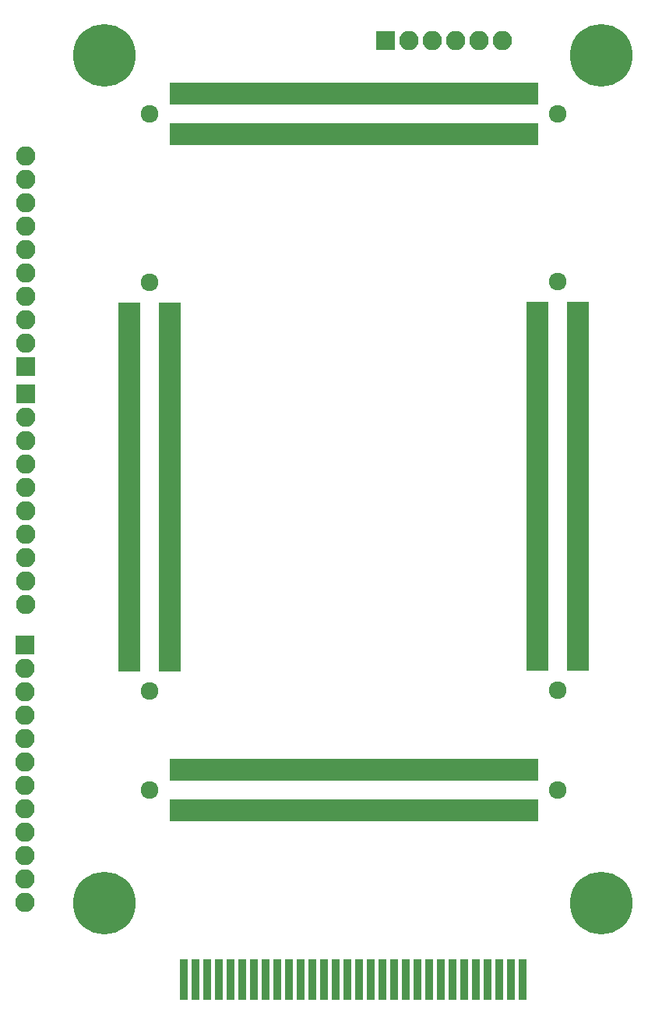
<source format=gbr>
%TF.GenerationSoftware,KiCad,Pcbnew,5.0.0*%
%TF.CreationDate,2018-07-30T20:43:33-05:00*%
%TF.ProjectId,breakout,627265616B6F75742E6B696361645F70,rev?*%
%TF.SameCoordinates,Original*%
%TF.FileFunction,Soldermask,Top*%
%TF.FilePolarity,Negative*%
%FSLAX46Y46*%
G04 Gerber Fmt 4.6, Leading zero omitted, Abs format (unit mm)*
G04 Created by KiCad (PCBNEW 5.0.0) date Mon Jul 30 20:43:33 2018*
%MOMM*%
%LPD*%
G01*
G04 APERTURE LIST*
%ADD10R,2.100000X2.100000*%
%ADD11O,2.100000X2.100000*%
%ADD12R,2.400000X0.900000*%
%ADD13C,1.924000*%
%ADD14R,0.900000X2.400000*%
%ADD15R,0.960000X4.400000*%
%ADD16C,6.800000*%
G04 APERTURE END LIST*
D10*
X84963000Y-101092000D03*
D11*
X84963000Y-98552000D03*
X84963000Y-96012000D03*
X84963000Y-93472000D03*
X84963000Y-90932000D03*
X84963000Y-88392000D03*
X84963000Y-85852000D03*
X84963000Y-83312000D03*
X84963000Y-80772000D03*
X84963000Y-78232000D03*
D12*
X145024200Y-94446000D03*
X140624200Y-94446000D03*
X145024200Y-95246000D03*
X140624200Y-95246000D03*
X145024200Y-96046000D03*
X140624200Y-96046000D03*
X145024200Y-96846000D03*
X140624200Y-96846000D03*
X145024200Y-97646000D03*
X140624200Y-97646000D03*
X145024200Y-98446000D03*
X140624200Y-98446000D03*
X145024200Y-99246000D03*
X140624200Y-99246000D03*
X145024200Y-100046000D03*
X140624200Y-100046000D03*
X145024200Y-100846000D03*
X140624200Y-100846000D03*
X145024200Y-101646000D03*
X140624200Y-101646000D03*
X145024200Y-102446000D03*
X140624200Y-102446000D03*
X145024200Y-103246000D03*
X140624200Y-103246000D03*
X145024200Y-104046000D03*
X140624200Y-104046000D03*
X145024200Y-104846000D03*
X140624200Y-104846000D03*
X145024200Y-105646000D03*
X140624200Y-105646000D03*
X145024200Y-106446000D03*
X140624200Y-106446000D03*
X145024200Y-107246000D03*
X140624200Y-107246000D03*
X145024200Y-108046000D03*
X140624200Y-108046000D03*
X145024200Y-108846000D03*
X140624200Y-108846000D03*
X145024200Y-109646000D03*
X140624200Y-109646000D03*
X145024200Y-110446000D03*
X140624200Y-110446000D03*
X145024200Y-111246000D03*
X140624200Y-111246000D03*
X145024200Y-112046000D03*
X140624200Y-112046000D03*
X145024200Y-112846000D03*
X140624200Y-112846000D03*
X145024200Y-113646000D03*
X140624200Y-113646000D03*
X145024200Y-114446000D03*
X140624200Y-114446000D03*
X145024200Y-115246000D03*
X140624200Y-115246000D03*
X145024200Y-116046000D03*
X140624200Y-116046000D03*
X145024200Y-116846000D03*
X140624200Y-116846000D03*
X145024200Y-117646000D03*
X140624200Y-117646000D03*
X145024200Y-118446000D03*
X140624200Y-118446000D03*
X145024200Y-119246000D03*
X140624200Y-119246000D03*
X145024200Y-120046000D03*
X140624200Y-120046000D03*
X145024200Y-120846000D03*
X140624200Y-120846000D03*
X145024200Y-121646000D03*
X140624200Y-121646000D03*
X145024200Y-122446000D03*
X140624200Y-122446000D03*
X145024200Y-123246000D03*
X140624200Y-123246000D03*
X145024200Y-124046000D03*
X140624200Y-124046000D03*
X145024200Y-124846000D03*
X140624200Y-124846000D03*
X145024200Y-125646000D03*
X140624200Y-125646000D03*
X145024200Y-126446000D03*
X140624200Y-126446000D03*
X145024200Y-127246000D03*
X140624200Y-127246000D03*
X145024200Y-128046000D03*
X140624200Y-128046000D03*
X145024200Y-128846000D03*
X140624200Y-128846000D03*
X145024200Y-129646000D03*
X140624200Y-129646000D03*
X145024200Y-130446000D03*
X140624200Y-130446000D03*
X145024200Y-131246000D03*
X140624200Y-131246000D03*
X145024200Y-132046000D03*
X140624200Y-132046000D03*
X145024200Y-132846000D03*
X140624200Y-132846000D03*
X145024200Y-133646000D03*
X140624200Y-133646000D03*
D13*
X142824200Y-136220200D03*
X142824200Y-91871800D03*
D12*
X100675800Y-94522200D03*
X96275800Y-94522200D03*
X100675800Y-95322200D03*
X96275800Y-95322200D03*
X100675800Y-96122200D03*
X96275800Y-96122200D03*
X100675800Y-96922200D03*
X96275800Y-96922200D03*
X100675800Y-97722200D03*
X96275800Y-97722200D03*
X100675800Y-98522200D03*
X96275800Y-98522200D03*
X100675800Y-99322200D03*
X96275800Y-99322200D03*
X100675800Y-100122200D03*
X96275800Y-100122200D03*
X100675800Y-100922200D03*
X96275800Y-100922200D03*
X100675800Y-101722200D03*
X96275800Y-101722200D03*
X100675800Y-102522200D03*
X96275800Y-102522200D03*
X100675800Y-103322200D03*
X96275800Y-103322200D03*
X100675800Y-104122200D03*
X96275800Y-104122200D03*
X100675800Y-104922200D03*
X96275800Y-104922200D03*
X100675800Y-105722200D03*
X96275800Y-105722200D03*
X100675800Y-106522200D03*
X96275800Y-106522200D03*
X100675800Y-107322200D03*
X96275800Y-107322200D03*
X100675800Y-108122200D03*
X96275800Y-108122200D03*
X100675800Y-108922200D03*
X96275800Y-108922200D03*
X100675800Y-109722200D03*
X96275800Y-109722200D03*
X100675800Y-110522200D03*
X96275800Y-110522200D03*
X100675800Y-111322200D03*
X96275800Y-111322200D03*
X100675800Y-112122200D03*
X96275800Y-112122200D03*
X100675800Y-112922200D03*
X96275800Y-112922200D03*
X100675800Y-113722200D03*
X96275800Y-113722200D03*
X100675800Y-114522200D03*
X96275800Y-114522200D03*
X100675800Y-115322200D03*
X96275800Y-115322200D03*
X100675800Y-116122200D03*
X96275800Y-116122200D03*
X100675800Y-116922200D03*
X96275800Y-116922200D03*
X100675800Y-117722200D03*
X96275800Y-117722200D03*
X100675800Y-118522200D03*
X96275800Y-118522200D03*
X100675800Y-119322200D03*
X96275800Y-119322200D03*
X100675800Y-120122200D03*
X96275800Y-120122200D03*
X100675800Y-120922200D03*
X96275800Y-120922200D03*
X100675800Y-121722200D03*
X96275800Y-121722200D03*
X100675800Y-122522200D03*
X96275800Y-122522200D03*
X100675800Y-123322200D03*
X96275800Y-123322200D03*
X100675800Y-124122200D03*
X96275800Y-124122200D03*
X100675800Y-124922200D03*
X96275800Y-124922200D03*
X100675800Y-125722200D03*
X96275800Y-125722200D03*
X100675800Y-126522200D03*
X96275800Y-126522200D03*
X100675800Y-127322200D03*
X96275800Y-127322200D03*
X100675800Y-128122200D03*
X96275800Y-128122200D03*
X100675800Y-128922200D03*
X96275800Y-128922200D03*
X100675800Y-129722200D03*
X96275800Y-129722200D03*
X100675800Y-130522200D03*
X96275800Y-130522200D03*
X100675800Y-131322200D03*
X96275800Y-131322200D03*
X100675800Y-132122200D03*
X96275800Y-132122200D03*
X100675800Y-132922200D03*
X96275800Y-132922200D03*
X100675800Y-133722200D03*
X96275800Y-133722200D03*
D13*
X98475800Y-136296400D03*
X98475800Y-91948000D03*
D14*
X140250000Y-149266000D03*
X140250000Y-144866000D03*
X139450000Y-149266000D03*
X139450000Y-144866000D03*
X138650000Y-149266000D03*
X138650000Y-144866000D03*
X137850000Y-149266000D03*
X137850000Y-144866000D03*
X137050000Y-149266000D03*
X137050000Y-144866000D03*
X136250000Y-149266000D03*
X136250000Y-144866000D03*
X135450000Y-149266000D03*
X135450000Y-144866000D03*
X134650000Y-149266000D03*
X134650000Y-144866000D03*
X133850000Y-149266000D03*
X133850000Y-144866000D03*
X133050000Y-149266000D03*
X133050000Y-144866000D03*
X132250000Y-149266000D03*
X132250000Y-144866000D03*
X131450000Y-149266000D03*
X131450000Y-144866000D03*
X130650000Y-149266000D03*
X130650000Y-144866000D03*
X129850000Y-149266000D03*
X129850000Y-144866000D03*
X129050000Y-149266000D03*
X129050000Y-144866000D03*
X128250000Y-149266000D03*
X128250000Y-144866000D03*
X127450000Y-149266000D03*
X127450000Y-144866000D03*
X126650000Y-149266000D03*
X126650000Y-144866000D03*
X125850000Y-149266000D03*
X125850000Y-144866000D03*
X125050000Y-149266000D03*
X125050000Y-144866000D03*
X124250000Y-149266000D03*
X124250000Y-144866000D03*
X123450000Y-149266000D03*
X123450000Y-144866000D03*
X122650000Y-149266000D03*
X122650000Y-144866000D03*
X121850000Y-149266000D03*
X121850000Y-144866000D03*
X121050000Y-149266000D03*
X121050000Y-144866000D03*
X120250000Y-149266000D03*
X120250000Y-144866000D03*
X119450000Y-149266000D03*
X119450000Y-144866000D03*
X118650000Y-149266000D03*
X118650000Y-144866000D03*
X117850000Y-149266000D03*
X117850000Y-144866000D03*
X117050000Y-149266000D03*
X117050000Y-144866000D03*
X116250000Y-149266000D03*
X116250000Y-144866000D03*
X115450000Y-149266000D03*
X115450000Y-144866000D03*
X114650000Y-149266000D03*
X114650000Y-144866000D03*
X113850000Y-149266000D03*
X113850000Y-144866000D03*
X113050000Y-149266000D03*
X113050000Y-144866000D03*
X112250000Y-149266000D03*
X112250000Y-144866000D03*
X111450000Y-149266000D03*
X111450000Y-144866000D03*
X110650000Y-149266000D03*
X110650000Y-144866000D03*
X109850000Y-149266000D03*
X109850000Y-144866000D03*
X109050000Y-149266000D03*
X109050000Y-144866000D03*
X108250000Y-149266000D03*
X108250000Y-144866000D03*
X107450000Y-149266000D03*
X107450000Y-144866000D03*
X106650000Y-149266000D03*
X106650000Y-144866000D03*
X105850000Y-149266000D03*
X105850000Y-144866000D03*
X105050000Y-149266000D03*
X105050000Y-144866000D03*
X104250000Y-149266000D03*
X104250000Y-144866000D03*
X103450000Y-149266000D03*
X103450000Y-144866000D03*
X102650000Y-149266000D03*
X102650000Y-144866000D03*
X101850000Y-149266000D03*
X101850000Y-144866000D03*
X101050000Y-149266000D03*
X101050000Y-144866000D03*
D13*
X98475800Y-147066000D03*
X142824200Y-147066000D03*
D14*
X101050000Y-71460000D03*
X101050000Y-75860000D03*
X101850000Y-71460000D03*
X101850000Y-75860000D03*
X102650000Y-71460000D03*
X102650000Y-75860000D03*
X103450000Y-71460000D03*
X103450000Y-75860000D03*
X104250000Y-71460000D03*
X104250000Y-75860000D03*
X105050000Y-71460000D03*
X105050000Y-75860000D03*
X105850000Y-71460000D03*
X105850000Y-75860000D03*
X106650000Y-71460000D03*
X106650000Y-75860000D03*
X107450000Y-71460000D03*
X107450000Y-75860000D03*
X108250000Y-71460000D03*
X108250000Y-75860000D03*
X109050000Y-71460000D03*
X109050000Y-75860000D03*
X109850000Y-71460000D03*
X109850000Y-75860000D03*
X110650000Y-71460000D03*
X110650000Y-75860000D03*
X111450000Y-71460000D03*
X111450000Y-75860000D03*
X112250000Y-71460000D03*
X112250000Y-75860000D03*
X113050000Y-71460000D03*
X113050000Y-75860000D03*
X113850000Y-71460000D03*
X113850000Y-75860000D03*
X114650000Y-71460000D03*
X114650000Y-75860000D03*
X115450000Y-71460000D03*
X115450000Y-75860000D03*
X116250000Y-71460000D03*
X116250000Y-75860000D03*
X117050000Y-71460000D03*
X117050000Y-75860000D03*
X117850000Y-71460000D03*
X117850000Y-75860000D03*
X118650000Y-71460000D03*
X118650000Y-75860000D03*
X119450000Y-71460000D03*
X119450000Y-75860000D03*
X120250000Y-71460000D03*
X120250000Y-75860000D03*
X121050000Y-71460000D03*
X121050000Y-75860000D03*
X121850000Y-71460000D03*
X121850000Y-75860000D03*
X122650000Y-71460000D03*
X122650000Y-75860000D03*
X123450000Y-71460000D03*
X123450000Y-75860000D03*
X124250000Y-71460000D03*
X124250000Y-75860000D03*
X125050000Y-71460000D03*
X125050000Y-75860000D03*
X125850000Y-71460000D03*
X125850000Y-75860000D03*
X126650000Y-71460000D03*
X126650000Y-75860000D03*
X127450000Y-71460000D03*
X127450000Y-75860000D03*
X128250000Y-71460000D03*
X128250000Y-75860000D03*
X129050000Y-71460000D03*
X129050000Y-75860000D03*
X129850000Y-71460000D03*
X129850000Y-75860000D03*
X130650000Y-71460000D03*
X130650000Y-75860000D03*
X131450000Y-71460000D03*
X131450000Y-75860000D03*
X132250000Y-71460000D03*
X132250000Y-75860000D03*
X133050000Y-71460000D03*
X133050000Y-75860000D03*
X133850000Y-71460000D03*
X133850000Y-75860000D03*
X134650000Y-71460000D03*
X134650000Y-75860000D03*
X135450000Y-71460000D03*
X135450000Y-75860000D03*
X136250000Y-71460000D03*
X136250000Y-75860000D03*
X137050000Y-71460000D03*
X137050000Y-75860000D03*
X137850000Y-71460000D03*
X137850000Y-75860000D03*
X138650000Y-71460000D03*
X138650000Y-75860000D03*
X139450000Y-71460000D03*
X139450000Y-75860000D03*
X140250000Y-71460000D03*
X140250000Y-75860000D03*
D13*
X142824200Y-73660000D03*
X98475800Y-73660000D03*
D15*
X102168800Y-167600000D03*
X103438800Y-167600000D03*
X104708800Y-167600000D03*
X105978800Y-167600000D03*
X107248800Y-167600000D03*
X108518800Y-167600000D03*
X109788800Y-167600000D03*
X111058800Y-167600000D03*
X112328800Y-167600000D03*
X113598800Y-167600000D03*
X114868800Y-167600000D03*
X116138800Y-167600000D03*
X117408800Y-167600000D03*
X118678800Y-167600000D03*
X119948800Y-167600000D03*
X121218800Y-167600000D03*
X122488800Y-167600000D03*
X123758800Y-167600000D03*
X125028800Y-167600000D03*
X126298800Y-167600000D03*
X127568800Y-167600000D03*
X128838800Y-167600000D03*
X130108800Y-167600000D03*
X131378800Y-167600000D03*
X132648800Y-167600000D03*
X133918800Y-167600000D03*
X135188800Y-167600000D03*
X136458800Y-167600000D03*
X137728800Y-167600000D03*
X138998800Y-167600000D03*
D16*
X93573600Y-67310000D03*
X147574000Y-67310000D03*
X93573600Y-159334400D03*
X147574000Y-159334400D03*
D10*
X84937600Y-131267200D03*
D11*
X84937600Y-133807200D03*
X84937600Y-136347200D03*
X84937600Y-138887200D03*
X84937600Y-141427200D03*
X84937600Y-143967200D03*
X84937600Y-146507200D03*
X84937600Y-149047200D03*
X84937600Y-151587200D03*
X84937600Y-154127200D03*
X84937600Y-156667200D03*
X84937600Y-159207200D03*
D10*
X124079000Y-65659000D03*
D11*
X126619000Y-65659000D03*
X129159000Y-65659000D03*
X131699000Y-65659000D03*
X134239000Y-65659000D03*
X136779000Y-65659000D03*
D10*
X84963000Y-104013000D03*
D11*
X84963000Y-106553000D03*
X84963000Y-109093000D03*
X84963000Y-111633000D03*
X84963000Y-114173000D03*
X84963000Y-116713000D03*
X84963000Y-119253000D03*
X84963000Y-121793000D03*
X84963000Y-124333000D03*
X84963000Y-126873000D03*
M02*

</source>
